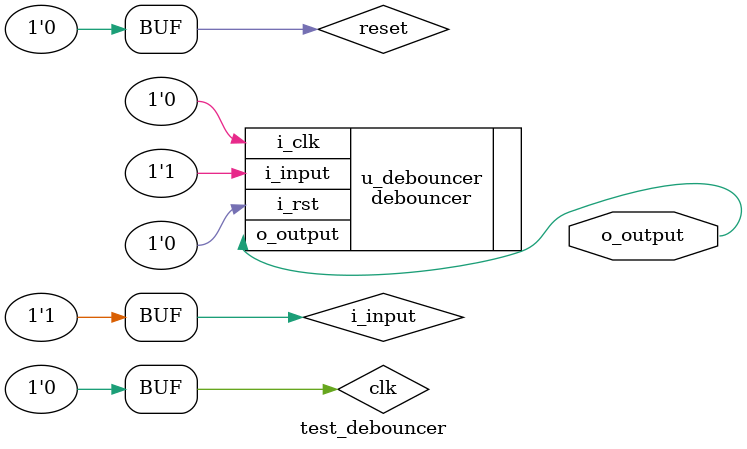
<source format=sv>
`default_nettype none
`timescale 1ns / 1ps


module test_debouncer(
    output var o_output
);

localparam period = 8.0; //125 Mhz
logic clk;
logic reset;
logic i_input;

always 
begin
    clk = 1'b1;
    #(period / 2);
    
    clk = 1'b0;
    #(period / 2);
end

debouncer u_debouncer(
    .i_clk    (clk    ),
    .i_rst    (reset    ),
    .i_input  (i_input  ),
    .o_output (o_output )
);


initial begin
    reset = 1'b1;
    #period
    reset = 1'b0;
    #period
    #period
    #period
    i_input = 1;
end



endmodule

</source>
